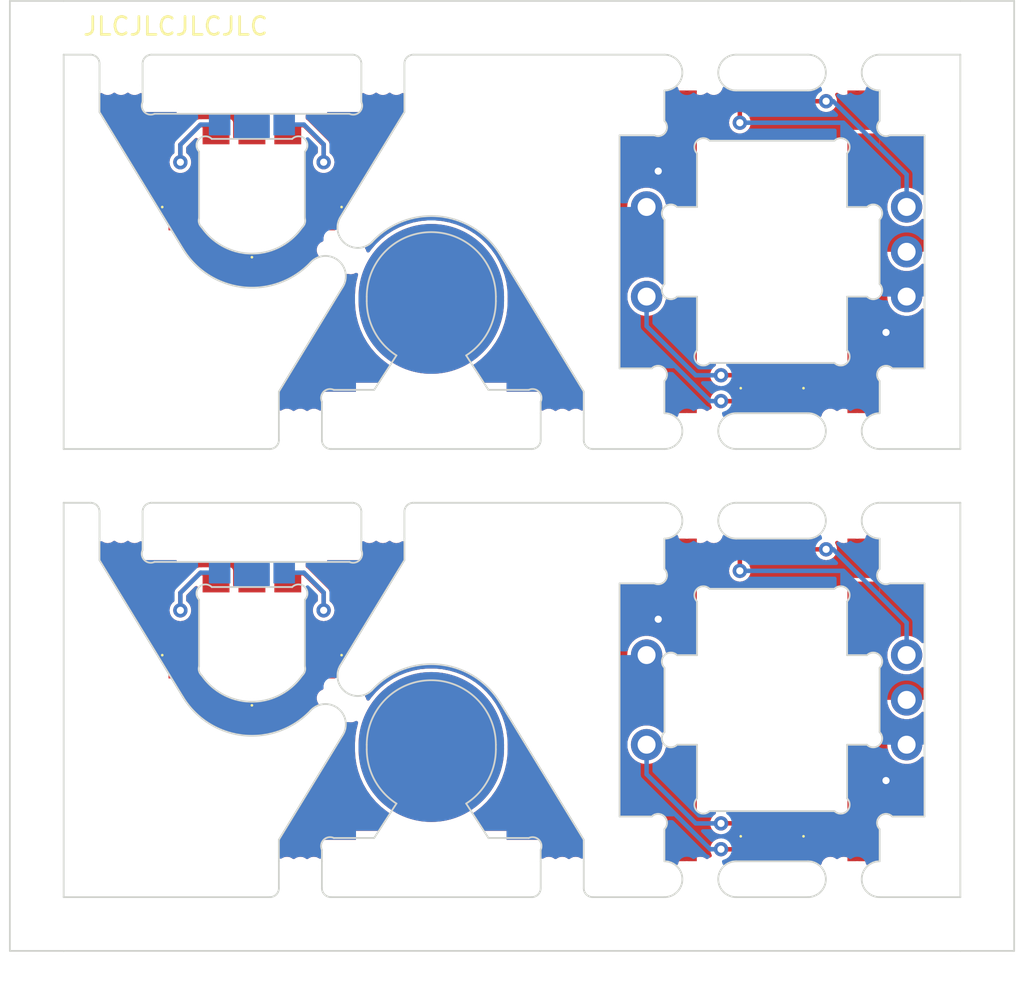
<source format=kicad_pcb>
(kicad_pcb (version 20221018) (generator pcbnew)
  (layers (0 "F.Cu" signal) (31 "B.Cu" signal) (37 "F.SilkS" user "F.Silkscreen") (38 "B.Mask" user) (39 "F.Mask" user) (44 "Edge.Cuts" user))
  (net 0 "")
  (net 1 "Net-(J1-PadB)")
  (net 2 "Net-(J2-PadA)")
  (net 3 "Net-(J2-PadB)")
  (net 4 "GND1")
  (net 5 "GND2")
  (net 6 "GND3")
  (net 7 "Net-(S1-NO_1)")
  (net 8 "Net-(S1-COM_1)")
  (net 9 "Net-(J15-Pin_1)")
  (net 12 "Net-(J16-Pin_1)")
  (net 13 "Net-(J1-PadA)")
  (footprint "1A-Project-Library:1 pad" (layer "F.Cu") (at 64.604495 39.996446 180)
    (fp_text reference "J12" hide)
    (fp_text value "1 pad" hide)
  )
  (footprint "1A-Project-Library:mouse-bite-2.4mm" (layer "F.Cu") (at 47.8 69 180)
    (fp_text reference "mouse-bite-2mm-slot" hide)
    (fp_text value "VAL**" hide)
    (fp_line (start -1.2 1) (end -1.2 -0.5) (stroke (width 0.1)) (layer "Edge.Cuts"))
    (fp_line (start 1.2 1) (end 1.2 -0.5) (stroke (width 0.1)) (layer "Edge.Cuts"))
    (fp_arc (start -1.7 -1) (mid -1.346447 -0.853553) (end -1.2 -0.5) (stroke (width 0.1)) (layer "Edge.Cuts"))
    (fp_arc (start 1.2 -0.5) (mid 1.346447 -0.853553) (end 1.7 -1) (stroke (width 0.1)) (layer "Edge.Cuts"))
  )
  (footprint "1A-Project-Library:1 pad" (layer "F.Cu") (at 64.604495 50.596446 180)
    (fp_text reference "J9" hide)
    (fp_text value "1 pad" hide)
  )
  (footprint "1A-Project-Library:mouse-bite-2mm-slot" (layer "F.Cu") (at 63.5 24 180)
    (fp_text reference "mouse-bite-2mm-slot" hide)
    (fp_text value "VAL**" hide)
    (fp_arc (start -2 -1) (mid -1 0) (end -2 1) (stroke (width 0.1)) (layer "Edge.Cuts"))
    (fp_arc (start 2 1) (mid 1 0) (end 2 -1) (stroke (width 0.1)) (layer "Edge.Cuts"))
  )
  (footprint "1A-Project-Library:1 pad" (layer "F.Cu") (at 64.604495 67.396446 180)
    (fp_text reference "J13" hide)
    (fp_text value "1 pad" hide)
  )
  (footprint "1A-Project-Library:EC11 Out" (layer "F.Cu") (at 67.004495 61.496446 180)
    (fp_text reference "SW1" hide)
    (fp_text value "EC11 out" hide)
  )
  (footprint "1A-Project-Library:1 pad" (layer "F.Cu") (at 35.4 66.2)
    (fp_text reference "J3" hide)
    (fp_text value "1 pad" hide)
  )
  (footprint "1A-Project-Library:mouse-bite-2mm-slot" (layer "F.Cu") (at 55.5 44)
    (fp_text reference "mouse-bite-2mm-slot" hide)
    (fp_text value "VAL**" hide)
    (fp_arc (start -2 -1) (mid -1 0) (end -2 1) (stroke (width 0.1)) (layer "Edge.Cuts"))
    (fp_arc (start 2 1) (mid 1 0) (end 2 -1) (stroke (width 0.1)) (layer "Edge.Cuts"))
  )
  (footprint "1A-Project-Library:3 pads" (layer "F.Cu") (at 59.504495 25.596446)
    (fp_text reference "J1" hide)
    (fp_text value "3 pads" hide)
  )
  (footprint "1A-Project-Library:mouse-bite-2mm-slot" (layer "F.Cu") (at 18.5 44)
    (fp_text reference "mouse-bite-2mm-slot" hide)
    (fp_text value "VAL**" hide)
  )
  (footprint "" (layer "F.Cu") (at 36.4 59.1)
    (fp_text reference "")
    (fp_text value "")
  )
  (footprint "1A-Project-Library:1 pad" (layer "F.Cu") (at 54.404495 25.596446 180)
    (fp_text reference "J10" hide)
    (fp_text value "1 pad" hide)
  )
  (footprint "1A-Project-Library:1 pad" (layer "F.Cu") (at 45.6 41.2)
    (fp_text reference "J4" hide)
    (fp_text value "1 pad" hide)
  )
  (footprint "1A-Project-Library:1 pad" (layer "F.Cu") (at 64.604495 25.596446 180)
    (fp_text reference "J9" hide)
    (fp_text value "1 pad" hide)
  )
  (footprint "1A-Project-Library:1 pad" (layer "F.Cu") (at 25.397106 26.800001 180)
    (fp_text reference "J16" hide)
    (fp_text value "1 pad" hide)
  )
  (footprint "1A-Project-Library:mouse-bite-2mm-slot" (layer "F.Cu") (at 71.5 69)
    (fp_text reference "mouse-bite-2mm-slot" hide)
    (fp_text value "VAL**" hide)
  )
  (footprint "1A-Project-Library:1 pad" (layer "F.Cu") (at 64.604495 64.996446 180)
    (fp_text reference "J12" hide)
    (fp_text value "1 pad" hide)
  )
  (footprint "1A-Project-Library:EC05E1220401 - rotary encoder" (layer "F.Cu") (at 30.497106 56.500001 180)
    (fp_text reference "RE1" hide)
    (fp_text value "EC05E1220401 - rotary encoder" hide)
  )
  (footprint "1A-Project-Library:1 pad" (layer "F.Cu") (at 35.4 41.2)
    (fp_text reference "J3" hide)
    (fp_text value "1 pad" hide)
  )
  (footprint "1A-Project-Library:1 pad" (layer "F.Cu") (at 54.404495 50.596446 180)
    (fp_text reference "J10" hide)
    (fp_text value "1 pad" hide)
  )
  (footprint "1A-Project-Library:EVP-AA002K - switch" (layer "F.Cu") (at 59.504495 66.606446 180)
    (fp_text reference "S1" hide)
    (fp_text value "EVP-AA002K - switch" hide)
  )
  (footprint "1A-Project-Library:mouse-bite-2mm-slot" (layer "F.Cu") (at 71.5 24 180)
    (fp_text reference "mouse-bite-2mm-slot" hide)
    (fp_text value "VAL**" hide)
  )
  (footprint "1A-Project-Library:mouse-bite-2mm-slot" (layer "F.Cu") (at 55.5 69)
    (fp_text reference "mouse-bite-2mm-slot" hide)
    (fp_text value "VAL**" hide)
    (fp_arc (start -2 -1) (mid -1 0) (end -2 1) (stroke (width 0.1)) (layer "Edge.Cuts"))
    (fp_arc (start 2 1) (mid 1 0) (end 2 -1) (stroke (width 0.1)) (layer "Edge.Cuts"))
  )
  (footprint "1A-Project-Library:mouse-bite-2mm-slot" (layer "F.Cu") (at 18.5 24 180)
    (fp_text reference "mouse-bite-2mm-slot" hide)
    (fp_text value "VAL**" hide)
  )
  (footprint "1A-Project-Library:mouse-bite-2mm-slot" (layer "F.Cu") (at 63.5 69)
    (fp_text reference "mouse-bite-2mm-slot" hide)
    (fp_text value "VAL**" hide)
    (fp_arc (start -2 -1) (mid -1 0) (end -2 1) (stroke (width 0.1)) (layer "Edge.Cuts"))
    (fp_arc (start 2 1) (mid 1 0) (end 2 -1) (stroke (width 0.1)) (layer "Edge.Cuts"))
  )
  (footprint "1A-Project-Library:mouse-bite-2mm-slot" (layer "F.Cu") (at 71.5 44)
    (fp_text reference "mouse-bite-2mm-slot" hide)
    (fp_text value "VAL**" hide)
  )
  (footprint "1A-Project-Library:1 pad" (layer "F.Cu") (at 25.397106 51.800001 180)
    (fp_text reference "J16" hide)
    (fp_text value "1 pad" hide)
  )
  (footprint "1A-Project-Library:mouse-bite-2mm-slot" (layer "F.Cu") (at 63.5 49 180)
    (fp_text reference "mouse-bite-2mm-slot" hide)
    (fp_text value "VAL**" hide)
    (fp_arc (start -2 -1) (mid -1 0) (end -2 1) (stroke (width 0.1)) (layer "Edge.Cuts"))
    (fp_arc (start 2 1) (mid 1 0) (end 2 -1) (stroke (width 0.1)) (layer "Edge.Cuts"))
  )
  (footprint "1A-Project-Library:EVP-AA002K - switch" (layer "F.Cu") (at 59.504495 41.606446 180)
    (fp_text reference "S1" hide)
    (fp_text value "EVP-AA002K - switch" hide)
  )
  (footprint "1A-Project-Library:EC05E1220401 - rotary encoder" (layer "F.Cu") (at 30.497106 31.500001 180)
    (fp_text reference "RE1" hide)
    (fp_text value "EC05E1220401 - rotary encoder" hide)
  )
  (footprint "1A-Project-Library:mouse-bite-2mm-slot" (layer "F.Cu") (at 71.5 49 180)
    (fp_text reference "mouse-bite-2mm-slot" hide)
    (fp_text value "VAL**" hide)
  )
  (footprint "1A-Project-Library:mouse-bite-2.4mm" (layer "F.Cu") (at 33.2 44 180)
    (fp_text reference "mouse-bite-2mm-slot" hide)
    (fp_text value "VAL**" hide)
    (fp_line (start -1.2 1) (end -1.2 -0.5) (stroke (width 0.1)) (layer "Edge.Cuts"))
    (fp_line (start 1.2 1) (end 1.2 -0.5) (stroke (width 0.1)) (layer "Edge.Cuts"))
    (fp_arc (start -1.7 -1) (mid -1.346447 -0.853553) (end -1.2 -0.5) (stroke (width 0.1)) (layer "Edge.Cuts"))
    (fp_arc (start 1.2 -0.5) (mid 1.346447 -0.853553) (end 1.7 -1) (stroke (width 0.1)) (layer "Edge.Cuts"))
  )
  (footprint "1A-Project-Library:1 pad" (layer "F.Cu") (at 35.597106 26.800001 180)
    (fp_text reference "J18" hide)
    (fp_text value "1 pad" hide)
  )
  (footprint "1A-Project-Library:mouse-bite-2mm-slot" (layer "F.Cu") (at 55.5 49 180)
    (fp_text reference "mouse-bite-2mm-slot" hide)
    (fp_text value "VAL**" hide)
    (fp_arc (start -2 -1) (mid -1 0) (end -2 1) (stroke (width 0.1)) (layer "Edge.Cuts"))
    (fp_arc (start 2 1) (mid 1 0) (end 2 -1) (stroke (width 0.1)) (layer "Edge.Cuts"))
  )
  (footprint "" (layer "F.Cu") (at 34.61 58.9)
    (fp_text reference "")
    (fp_text value "")
  )
  (footprint "1A-Project-Library:EC11 Out" (layer "F.Cu") (at 67.004495 36.496446 180)
    (fp_text reference "SW1" hide)
    (fp_text value "EC11 out" hide)
  )
  (footprint "1A-Project-Library:1 pad" (layer "F.Cu") (at 54.404495 52.996446 180)
    (fp_text reference "J11" hide)
    (fp_text value "1 pad" hide)
  )
  (footprint "1A-Project-Library:mouse-bite-2.4mm" (layer "F.Cu") (at 23.2 24)
    (fp_text reference "mouse-bite-2mm-slot" hide)
    (fp_text value "VAL**" hide)
    (fp_line (start -1.2 1) (end -1.2 -0.5) (stroke (width 0.1)) (layer "Edge.Cuts"))
    (fp_line (start 1.2 1) (end 1.2 -0.5) (stroke (width 0.1)) (layer "Edge.Cuts"))
    (fp_arc (start -1.7 -1) (mid -1.346447 -0.853553) (end -1.2 -0.5) (stroke (width 0.1)) (layer "Edge.Cuts"))
    (fp_arc (start 1.2 -0.5) (mid 1.346447 -0.853553) (end 1.7 -1) (stroke (width 0.1)) (layer "Edge.Cuts"))
  )
  (footprint "1A-Project-Library:1 pad" (layer "F.Cu") (at 54.404495 27.996446 180)
    (fp_text reference "J11" hide)
    (fp_text value "1 pad" hide)
  )
  (footprint "" (layer "F.Cu") (at 34.61 33.9)
    (fp_text reference "")
    (fp_text value "")
  )
  (footprint "1A-Project-Library:mouse-bite-2mm-slot" (layer "F.Cu") (at 18.5 49 180)
    (fp_text reference "mouse-bite-2mm-slot" hide)
    (fp_text value "VAL**" hide)
  )
  (footprint "1A-Project-Library:1 pad" (layer "F.Cu") (at 54.404495 67.396446 180)
    (fp_text reference "J8" hide)
    (fp_text value "1 pad" hide)
  )
  (footprint "" (layer "F.Cu") (at 36.01 59.75)
    (fp_text reference "")
    (fp_text value "")
  )
  (footprint "1A-Project-Library:1 pad" (layer "F.Cu") (at 45.6 66.2)
    (fp_text reference "J4" hide)
    (fp_text value "1 pad" hide)
  )
  (footprint "" (layer "F.Cu") (at 34.99 58.26)
    (fp_text reference "")
    (fp_text value "")
  )
  (footprint "1A-Project-Library:mouse-bite-2.4mm" (layer "F.Cu") (at 33.2 69 180)
    (fp_text reference "mouse-bite-2mm-slot" hide)
    (fp_text value "VAL**" hide)
    (fp_line (start -1.2 1) (end -1.2 -0.5) (stroke (width 0.1)) (layer "Edge.Cuts"))
    (fp_line (start 1.2 1) (end 1.2 -0.5) (stroke (width 0.1)) (layer "Edge.Cuts"))
    (fp_arc (start -1.7 -1) (mid -1.346447 -0.853553) (end -1.2 -0.5) (stroke (width 0.1)) (layer "Edge.Cuts"))
    (fp_arc (start 1.2 -0.5) (mid 1.346447 -0.853553) (end 1.7 -1) (stroke (width 0.1)) (layer "Edge.Cuts"))
  )
  (footprint "1A-Project-Library:1 pad" (layer "F.Cu") (at 64.604495 27.996446 180)
    (fp_text reference "J15" hide)
    (fp_text value "1 pad" hide)
  )
  (footprint "1A-Project-Library:mouse-bite-2.4mm" (layer "F.Cu") (at 37.8 49)
    (fp_text reference "mouse-bite-2mm-slot" hide)
    (fp_text value "VAL**" hide)
    (fp_line (start -1.2 1) (end -1.2 -0.5) (stroke (width 0.1)) (layer "Edge.Cuts"))
    (fp_line (start 1.2 1) (end 1.2 -0.5) (stroke (width 0.1)) (layer "Edge.Cuts"))
    (fp_arc (start -1.7 -1) (mid -1.346447 -0.853553) (end -1.2 -0.5) (stroke (width 0.1)) (layer "Edge.Cuts"))
    (fp_arc (start 1.2 -0.5) (mid 1.346447 -0.853553) (end 1.7 -1) (stroke (width 0.1)) (layer "Edge.Cuts"))
  )
  (footprint "1A-Project-Library:1 pad" (layer "F.Cu") (at 64.604495 52.996446 180)
    (fp_text reference "J15" hide)
    (fp_text value "1 pad" hide)
  )
  (footprint "1A-Project-Library:1 pad" (layer "F.Cu") (at 54.404495 42.396446 180)
    (fp_text reference "J8" hide)
    (fp_text value "1 pad" hide)
  )
  (footprint "" (layer "F.Cu") (at 36.01 34.75)
    (fp_text reference "")
    (fp_text value "")
  )
  (footprint "1A-Project-Library:1 pad" (layer "F.Cu") (at 35.597106 51.800001 180)
    (fp_text reference "J18" hide)
    (fp_text value "1 pad" hide)
  )
  (footprint "1A-Project-Library:mouse-bite-2mm-slot" (layer "F.Cu") (at 18.5 69)
    (fp_text reference "mouse-bite-2mm-slot" hide)
    (fp_text value "VAL**" hide)
  )
  (footprint "1A-Project-Library:mouse-bite-2.4mm" (layer "F.Cu") (at 47.8 44 180)
    (fp_text reference "mouse-bite-2mm-slot" hide)
    (fp_text value "VAL**" hide)
    (fp_line (start -1.2 1) (end -1.2 -0.5) (stroke (width 0.1)) (layer "Edge.Cuts"))
    (fp_line (start 1.2 1) (end 1.2 -0.5) (stroke (width 0.1)) (layer "Edge.Cuts"))
    (fp_arc (start -1.7 -1) (mid -1.346447 -0.853553) (end -1.2 -0.5) (stroke (width 0.1)) (layer "Edge.Cuts"))
    (fp_arc (start 1.2 -0.5) (mid 1.346447 -0.853553) (end 1.7 -1) (stroke (width 0.1)) (layer "Edge.Cuts"))
  )
  (footprint "1A-Project-Library:3 pads" (layer "F.Cu") (at 59.504495 50.596446)
    (fp_text reference "J1" hide)
    (fp_text value "3 pads" hide)
  )
  (footprint "1A-Project-Library:1 pad" (layer "F.Cu") (at 54.404495 64.996446 180)
    (fp_text reference "J14" hide)
    (fp_text value "1 pad" hide)
  )
  (footprint "1A-Project-Library:mouse-bite-2mm-slot" (layer "F.Cu") (at 55.5 24 180)
    (fp_text reference "mouse-bite-2mm-slot" hide)
    (fp_text value "VAL**" hide)
    (fp_arc (start -2 -1) (mid -1 0) (end -2 1) (stroke (width 0.1)) (layer "Edge.Cuts"))
    (fp_arc (start 2 1) (mid 1 0) (end 2 -1) (stroke (width 0.1)) (layer "Edge.Cuts"))
  )
  (footprint "1A-Project-Library:mouse-bite-2mm-slot" (layer "F.Cu") (at 63.5 44)
    (fp_text reference "mouse-bite-2mm-slot" hide)
    (fp_text value "VAL**" hide)
    (fp_arc (start -2 -1) (mid -1 0) (end -2 1) (stroke (width 0.1)) (layer "Edge.Cuts"))
    (fp_arc (start 2 1) (mid 1 0) (end 2 -1) (stroke (width 0.1)) (layer "Edge.Cuts"))
  )
  (footprint "1A-Project-Library:1 pad" (layer "F.Cu") (at 64.604495 42.396446 180)
    (fp_text reference "J13" hide)
    (fp_text value "1 pad" hide)
  )
  (footprint "1A-Project-Library:mouse-bite-2.4mm" (layer "F.Cu") (at 23.2 49)
    (fp_text reference "mouse-bite-2mm-slot" hide)
    (fp_text value "VAL**" hide)
    (fp_line (start -1.2 1) (end -1.2 -0.5) (stroke (width 0.1)) (layer "Edge.Cuts"))
    (fp_line (start 1.2 1) (end 1.2 -0.5) (stroke (width 0.1)) (layer "Edge.Cuts"))
    (fp_arc (start -1.7 -1) (mid -1.346447 -0.853553) (end -1.2 -0.5) (stroke (width 0.1)) (layer "Edge.Cuts"))
    (fp_arc (start 1.2 -0.5) (mid 1.346447 -0.853553) (end 1.7 -1) (stroke (width 0.1)) (layer "Edge.Cuts"))
  )
  (footprint "" (layer "F.Cu") (at 36.4 34.1)
    (fp_text reference "")
    (fp_text value "")
  )
  (footprint "1A-Project-Library:mouse-bite-2.4mm" (layer "F.Cu") (at 37.8 24)
    (fp_text reference "mouse-bite-2mm-slot" hide)
    (fp_text value "VAL**" hide)
    (fp_line (start -1.2 1) (end -1.2 -0.5) (stroke (width 0.1)) (layer "Edge.Cuts"))
    (fp_line (start 1.2 1) (end 1.2 -0.5) (stroke (width 0.1)) (layer "Edge.Cuts"))
    (fp_arc (start -1.7 -1) (mid -1.346447 -0.853553) (end -1.2 -0.5) (stroke (width 0.1)) (layer "Edge.Cuts"))
    (fp_arc (start 1.2 -0.5) (mid 1.346447 -0.853553) (end 1.7 -1) (stroke (width 0.1)) (layer "Edge.Cuts"))
  )
  (footprint "1A-Project-Library:1 pad" (layer "F.Cu") (at 54.404495 39.996446 180)
    (fp_text reference "J14" hide)
    (fp_text value "1 pad" hide)
  )
  (footprint "" (layer "F.Cu") (at 34.99 33.26)
    (fp_text reference "")
    (fp_text value "")
  )
  (footprint "1A-Project-Library:1 pad" (layer "B.Cu") (at 25.397106 51.800001)
    (fp_text reference "J17" hide)
    (fp_text value "1 pad" hide)
  )
  (footprint "1A-Project-Library:3 pads" (layer "B.Cu") (at 30.497106 26.900001 180)
    (fp_text reference "J2" hide)
    (fp_text value "3 pads" hide)
  )
  (footprint "1A-Project-Library:1 pad" (layer "B.Cu") (at 45.6 66.2 180)
    (fp_text reference "J5" hide)
    (fp_text value "1 pad" hide)
  )
  (footprint "1A-Project-Library:1 pad" (layer "B.Cu") (at 35.4 41.2 180)
    (fp_text reference "J6" hide)
    (fp_text value "1 pad" hide)
  )
  (footprint "1A-Project-Library:1 pad" (layer "B.Cu") (at 25.397106 26.800001)
    (fp_text reference "J17" hide)
    (fp_text value "1 pad" hide)
  )
  (footprint "1A-Project-Library:3 pads" (layer "B.Cu") (at 30.497106 51.900001 180)
    (fp_text reference "J2" hide)
    (fp_text value "3 pads" hide)
  )
  (footprint "1A-Project-Library:1 pad" (layer "B.Cu") (at 45.6 41.2 180)
    (fp_text reference "J5" hide)
    (fp_text value "1 pad" hide)
  )
  (footprint "1A-Project-Library:1 pad" (layer "B.Cu") (at 35.4 66.2 180)
    (fp_text reference "J6" hide)
    (fp_text value "1 pad" hide)
  )
  (footprint "1A-Project-Library:1 pad" (layer "B.Cu") (at 35.597106 26.800001)
    (fp_text reference "J19" hide)
    (fp_text value "1 pad" hide)
  )
  (footprint "1A-Project-Library:1 pad" (layer "B.Cu") (at 35.597106 51.800001)
    (fp_text reference "J19" hide)
    (fp_text value "1 pad" hide)
  )
  (gr_line (start 44.55 61.75) (end 44.55 61.5) (stroke (width 0.01)) (layer "F.Cu"))
  (gr_circle (center 40.500688 36.5) (end 44.550688 36.5) (stroke (width 0.01)) (fill solid) (layer "F.Cu"))
  (gr_circle (center 40.500688 61.75) (end 44.550688 61.75) (stroke (width 0.01)) (fill solid) (layer "F.Cu"))
  (gr_line (start 36.45 36.75) (end 36.45 36.5) (stroke (width 0.01)) (layer "F.Cu"))
  (gr_line (start 36.45 61.75) (end 36.45 61.5) (stroke (width 0.01)) (layer "F.Cu"))
  (gr_circle (center 40.500688 61.5) (end 44.550688 61.5) (stroke (width 0.01)) (fill solid) (layer "F.Cu"))
  (gr_line (start 44.55 36.75) (end 44.55 36.5) (stroke (width 0.01)) (layer "F.Cu"))
  (gr_circle (center 40.500688 36.75) (end 44.550688 36.75) (stroke (width 0.01)) (fill solid) (layer "F.Cu"))
  (gr_line (start 36.45 36.75) (end 36.45 36.5) (stroke (width 0.01)) (layer "B.Cu"))
  (gr_line (start 44.55 61.5) (end 44.55 61.75) (stroke (width 0.01)) (layer "B.Cu"))
  (gr_circle (center 40.500688 61.5) (end 44.550688 61.5) (stroke (width 0.01)) (fill solid) (layer "B.Cu"))
  (gr_circle (center 40.500688 36.5) (end 44.550688 36.5) (stroke (width 0.01)) (fill solid) (layer "B.Cu"))
  (gr_line (start 36.45 61.75) (end 36.45 61.5) (stroke (width 0.01)) (layer "B.Cu"))
  (gr_line (start 44.55 36.5) (end 44.55 36.75) (stroke (width 0.01)) (layer "B.Cu"))
  (gr_circle (center 40.500688 36.75) (end 44.550688 36.75) (stroke (width 0.01)) (fill solid) (layer "B.Cu"))
  (gr_circle (center 40.500688 61.75) (end 44.550688 61.75) (stroke (width 0.01)) (fill solid) (layer "B.Cu"))
  (gr_line (start 30.497106 59.300001) (end 30.497106 59.300001) (stroke (width 0.15)) (layer "F.SilkS"))
  (gr_line (start 35.497106 56.500001) (end 35.497106 56.500001) (stroke (width 0.15)) (layer "F.SilkS"))
  (gr_line (start 35.497106 31.500001) (end 35.497106 31.500001) (stroke (width 0.15)) (layer "F.SilkS"))
  (gr_line (start 25.497106 56.500001) (end 25.497106 56.500001) (stroke (width 0.15)) (layer "F.SilkS"))
  (gr_line (start 30.497106 34.300001) (end 30.497106 34.300001) (stroke (width 0.15)) (layer "F.SilkS"))
  (gr_line (start 25.497106 31.500001) (end 25.497106 31.500001) (stroke (width 0.15)) (layer "F.SilkS"))
  (gr_line (start 55.315504 36.5) (end 54.207106 36.5) (stroke (width 0.1)) (layer "Edge.Cuts"))
  (gr_arc (start 65.5 41.207106) (mid 65.5 40.5) (end 66.207106 40.5) (stroke (width 0.1)) (layer "Edge.Cuts"))
  (gr_arc (start 25.064003 26.3) (mid 24.500067 26.199987) (end 24.4 25.635997) (stroke (width 0.1)) (layer "Edge.Cuts"))
  (gr_line (start 32 68) (end 32 66.8) (stroke (width 0.1)) (layer "Edge.Cuts"))
  (gr_arc (start 56.022611 40.199999) (mid 55.315505 40.199999) (end 55.315505 39.492893) (stroke (width 0.1)) (layer "Edge.Cuts"))
  (gr_arc (start 33.759999 34.599999) (mid 30.022021 35.973156) (end 26.658584 33.841178) (stroke (width 0.1)) (layer "Edge.Cuts"))
  (gr_line (start 43.685379 66.7) (end 45.935996 66.7) (stroke (width 0.1)) (layer "Edge.Cuts"))
  (gr_line (start 70 45) (end 70 23) (stroke (width 0.1)) (layer "Edge.Cuts"))
  (gr_line (start 21.5 23) (end 20 23) (stroke (width 0.1)) (layer "Edge.Cuts"))
  (gr_line (start 68 52.5) (end 68 65.5) (stroke (width 0.1)) (layer "Edge.Cuts"))
  (gr_line (start 27.55 57.12067) (end 27.55 53.407107) (stroke (width 0.1)) (layer "Edge.Cuts"))
  (gr_line (start 38.555534 64.779695) (end 37.314621 66.7) (stroke (width 0.1)) (layer "Edge.Cuts"))
  (gr_arc (start 62.977388 52.8) (mid 63.684494 52.8) (end 63.684494 53.507106) (stroke (width 0.1)) (layer "Edge.Cuts"))
  (gr_arc (start 34.4 42.364004) (mid 34.500005 41.800038) (end 35.064003 41.700001) (stroke (width 0.1)) (layer "Edge.Cuts"))
  (gr_line (start 70 70) (end 65.5 70) (stroke (width 0.1)) (layer "Edge.Cuts"))
  (gr_line (start 68 27.5) (end 68 40.5) (stroke (width 0.1)) (layer "Edge.Cuts"))
  (gr_line (start 63.684495 53.507106) (end 63.684495 56.5) (stroke (width 0.1)) (layer "Edge.Cuts"))
  (gr_line (start 51 65.5) (end 52.792893 65.5) (stroke (width 0.1)) (layer "Edge.Cuts"))
  (gr_line (start 53.5 41.207106) (end 53.5 43) (stroke (width 0.1)) (layer "Edge.Cuts"))
  (gr_line (start 62.977388 40.2) (end 56.022611 40.2) (stroke (width 0.1)) (layer "Edge.Cuts"))
  (gr_line (start 46.6 67.364004) (end 46.6 68) (stroke (width 0.1)) (layer "Edge.Cuts"))
  (gr_line (start 34.4 43) (end 34.4 42.364004) (stroke (width 0.1)) (layer "Edge.Cuts"))
  (gr_arc (start 27.55 53.407107) (mid 27.55 52.700001) (end 28.257106 52.700001) (stroke (width 0.1)) (layer "Edge.Cuts"))
  (gr_line (start 55.315504 61.5) (end 54.207106 61.5) (stroke (width 0.1)) (layer "Edge.Cuts"))
  (gr_line (start 34.4 68) (end 34.4 67.364004) (stroke (width 0.1)) (layer "Edge.Cuts"))
  (gr_line (start 65.5 66.207106) (end 65.5 68) (stroke (width 0.1)) (layer "Edge.Cuts"))
  (gr_line (start 64.792893 36.5) (end 63.684495 36.5) (stroke (width 0.1)) (layer "Edge.Cuts"))
  (gr_line (start 65.5 23) (end 70 23) (stroke (width 0.1)) (layer "Edge.Cuts"))
  (gr_arc (start 27.55 28.407107) (mid 27.55 27.700001) (end 28.257106 27.700001) (stroke (width 0.1)) (layer "Edge.Cuts"))
  (gr_line (start 65.5 57.207106) (end 65.5 60.792893) (stroke (width 0.1)) (layer "Edge.Cuts"))
  (gr_line (start 35.531417 36.010988) (end 32 41.8) (stroke (width 0.1)) (layer "Edge.Cuts"))
  (gr_arc (start 53.5 57.207106) (mid 53.5 56.5) (end 54.207106 56.5) (stroke (width 0.1)) (layer "Edge.Cuts"))
  (gr_line (start 73 20) (end 70 20) (stroke (width 0.1)) (layer "Edge.Cuts"))
  (gr_line (start 61.5 43) (end 57.5 43) (stroke (width 0.1)) (layer "Edge.Cuts"))
  (gr_line (start 66.207106 65.5) (end 68 65.5) (stroke (width 0.1)) (layer "Edge.Cuts"))
  (gr_arc (start 33.76 59.6) (mid 35.306986 59.475297) (end 35.531417 61.010988) (stroke (width 0.1)) (layer "Edge.Cuts"))
  (gr_line (start 39 50) (end 39 51.2) (stroke (width 0.1)) (layer "Edge.Cuts"))
  (gr_arc (start 54.207106 36.499999) (mid 53.5 36.499999) (end 53.5 35.792893) (stroke (width 0.1)) (layer "Edge.Cuts"))
  (gr_line (start 20 45) (end 20 23) (stroke (width 0.1)) (layer "Edge.Cuts"))
  (gr_arc (start 55.315505 28.507106) (mid 55.315505 27.8) (end 56.022611 27.8) (stroke (width 0.1)) (layer "Edge.Cuts"))
  (gr_arc (start 38.555534 39.779695) (mid 37.34088 38.476255) (end 36.9 36.75) (stroke (width 0.1)) (layer "Edge.Cuts"))
  (gr_arc (start 62.977388 27.8) (mid 63.684494 27.8) (end 63.684494 28.507106) (stroke (width 0.1)) (layer "Edge.Cuts"))
  (gr_line (start 46.6 42.364004) (end 46.6 43) (stroke (width 0.1)) (layer "Edge.Cuts"))
  (gr_arc (start 44.1 61.75) (mid 43.659107 63.476249) (end 42.444466 64.779695) (stroke (width 0.1)) (layer "Edge.Cuts"))
  (gr_arc (start 37.2 33.446781) (mid 35.71438 33.548956) (end 35.411644 32.090924) (stroke (width 0.1)) (layer "Edge.Cuts"))
  (gr_line (start 65.5 26.692893) (end 65.5 25) (stroke (width 0.1)) (layer "Edge.Cuts"))
  (gr_line (start 17 20) (end 17 73) (stroke (width 0.1)) (layer "Edge.Cuts"))
  (gr_arc (start 66.064003 27.499999) (mid 65.443643 27.332849) (end 65.5 26.692893) (stroke (width 0.1)) (layer "Edge.Cuts"))
  (gr_line (start 39 51.2) (end 35.411644 57.090924) (stroke (width 0.1)) (layer "Edge.Cuts"))
  (gr_line (start 38.555534 39.779695) (end 37.314621 41.7) (stroke (width 0.1)) (layer "Edge.Cuts"))
  (gr_line (start 51 27.5) (end 52.935996 27.5) (stroke (width 0.1)) (layer "Edge.Cuts"))
  (gr_line (start 21.5 48) (end 20 48) (stroke (width 0.1)) (layer "Edge.Cuts"))
  (gr_line (start 51 52.5) (end 52.935996 52.5) (stroke (width 0.1)) (layer "Edge.Cuts"))
  (gr_line (start 51 40.5) (end 52.792893 40.5) (stroke (width 0.1)) (layer "Edge.Cuts"))
  (gr_arc (start 65.499999 60.792893) (mid 65.499999 61.499999) (end 64.792893 61.499999) (stroke (width 0.1)) (layer "Edge.Cuts"))
  (gr_line (start 53.5 51.692893) (end 53.5 50) (stroke (width 0.1)) (layer "Edge.Cuts"))
  (gr_arc (start 54.207106 61.499999) (mid 53.5 61.499999) (end 53.5 60.792893) (stroke (width 0.1)) (layer "Edge.Cuts"))
  (gr_line (start 51 40.5) (end 51 27.5) (stroke (width 0.1)) (layer "Edge.Cuts"))
  (gr_line (start 35.064004 41.7) (end 37.314621 41.7) (stroke (width 0.1)) (layer "Edge.Cuts"))
  (gr_line (start 70 73) (end 73 73) (stroke (width 0.1)) (layer "Edge.Cuts"))
  (gr_line (start 39.5 48) (end 53.5 48) (stroke (width 0.1)) (layer "Edge.Cuts"))
  (gr_line (start 63.684495 28.507106) (end 63.684495 31.5) (stroke (width 0.1)) (layer "Edge.Cuts"))
  (gr_line (start 57.5 48) (end 61.5 48) (stroke (width 0.1)) (layer "Edge.Cuts"))
  (gr_line (start 39 25) (end 39 26.2) (stroke (width 0.1)) (layer "Edge.Cuts"))
  (gr_line (start 22 25) (end 22 26.2) (stroke (width 0.1)) (layer "Edge.Cuts"))
  (gr_line (start 53.5 66.207106) (end 53.5 68) (stroke (width 0.1)) (layer "Edge.Cuts"))
  (gr_line (start 73 73) (end 73 20) (stroke (width 0.1)) (layer "Edge.Cuts"))
  (gr_line (start 57.5 23) (end 61.5 23) (stroke (width 0.1)) (layer "Edge.Cuts"))
  (gr_arc (start 56.022611 65.199999) (mid 55.315505 65.199999) (end 55.315505 64.492893) (stroke (width 0.1)) (layer "Edge.Cuts"))
  (gr_line (start 70 48) (end 70 70) (stroke (width 0.1)) (layer "Edge.Cuts"))
  (gr_line (start 49 43) (end 49 41.8) (stroke (width 0.1)) (layer "Edge.Cuts"))
  (gr_line (start 36.1 23) (end 24.9 23) (stroke (width 0.1)) (layer "Edge.Cuts"))
  (gr_line (start 22 50) (end 22 51.2) (stroke (width 0.1)) (layer "Edge.Cuts"))
  (gr_line (start 36.6 25) (end 36.6 25.635997) (stroke (width 0.1)) (layer "Edge.Cuts"))
  (gr_line (start 55.315504 39.492893) (end 55.315504 36.5) (stroke (width 0.1)) (layer "Edge.Cuts"))
  (gr_line (start 44.1 61.5) (end 44.1 61.75) (stroke (width 0.1)) (layer "Edge.Cuts"))
  (gr_line (start 42.444466 64.779695) (end 43.685379 66.7) (stroke (width 0.1)) (layer "Edge.Cuts"))
  (gr_arc (start 36.9 36.5) (mid 40.5 32.9) (end 44.1 36.5) (stroke (width 0.1)) (layer "Edge.Cuts"))
  (gr_line (start 39.5 23) (end 53.5 23) (stroke (width 0.1)) (layer "Edge.Cuts"))
  (gr_line (start 53.5 35.792893) (end 53.5 32.207106) (stroke (width 0.1)) (layer "Edge.Cuts"))
  (gr_line (start 24.4 50.635997) (end 24.4 50) (stroke (width 0.1)) (layer "Edge.Cuts"))
  (gr_line (start 64.792893 61.5) (end 63.684495 61.5) (stroke (width 0.1)) (layer "Edge.Cuts"))
  (gr_arc (start 44.1 36.75) (mid 43.659109 38.476246) (end 42.444466 39.779695) (stroke (width 0.1)) (layer "Edge.Cuts"))
  (gr_line (start 36.9 36.75) (end 36.9 36.5) (stroke (width 0.1)) (layer "Edge.Cuts"))
  (gr_line (start 68 27.5) (end 66.064003 27.5) (stroke (width 0.1)) (layer "Edge.Cuts"))
  (gr_arc (start 66.064003 52.499999) (mid 65.443673 52.332883) (end 65.5 51.692893) (stroke (width 0.1)) (layer "Edge.Cuts"))
  (gr_line (start 57.5 50) (end 61.5 50) (stroke (width 0.1)) (layer "Edge.Cuts"))
  (gr_line (start 61.5 68) (end 57.5 68) (stroke (width 0.1)) (layer "Edge.Cuts"))
  (gr_arc (start 34.4 67.364004) (mid 34.500021 66.800022) (end 35.064003 66.700001) (stroke (width 0.1)) (layer "Edge.Cuts"))
  (gr_line (start 49 41.8) (end 44.342594 34.158105) (stroke (width 0.1)) (layer "Edge.Cuts"))
  (gr_arc (start 65.5 66.207106) (mid 65.5 65.5) (end 66.207106 65.5) (stroke (width 0.1)) (layer "Edge.Cuts"))
  (gr_line (start 35.935996 51.3) (end 25.064004 51.3) (stroke (width 0.1)) (layer "Edge.Cuts"))
  (gr_arc (start 37.2 58.446781) (mid 35.714378 58.548958) (end 35.411644 57.090924) (stroke (width 0.1)) (layer "Edge.Cuts"))
  (gr_line (start 26.657406 58.841896) (end 22 51.2) (stroke (width 0.1)) (layer "Edge.Cuts"))
  (gr_line (start 65.5 48) (end 70 48) (stroke (width 0.1)) (layer "Edge.Cuts"))
  (gr_line (start 63.684495 36.5) (end 63.684495 39.492893) (stroke (width 0.1)) (layer "Edge.Cuts"))
  (gr_line (start 28.257107 52.7) (end 32.742893 52.7) (stroke (width 0.1)) (layer "Edge.Cuts"))
  (gr_line (start 62.977388 27.8) (end 56.022611 27.8) (stroke (width 0.1)) (layer "Edge.Cuts"))
  (gr_line (start 51 65.5) (end 51 52.5) (stroke (width 0.1)) (layer "Edge.Cuts"))
  (gr_line (start 68 52.5) (end 66.064003 52.5) (stroke (width 0.1)) (layer "Edge.Cuts"))
  (gr_line (start 54.207106 56.5) (end 55.315504 56.5) (stroke (width 0.1)) (layer "Edge.Cuts"))
  (gr_line (start 57.5 25) (end 61.5 25) (stroke (width 0.1)) (layer "Edge.Cuts"))
  (gr_arc (start 37.200001 33.446782) (mid 40.947106 32.026497) (end 44.338997 34.160291) (stroke (width 0.1)) (layer "Edge.Cuts"))
  (gr_arc (start 53.499999 51.692893) (mid 53.556266 52.332827) (end 52.935996 52.499999) (stroke (width 0.1)) (layer "Edge.Cuts"))
  (gr_line (start 57.5 70) (end 61.5 70) (stroke (width 0.1)) (layer "Edge.Cuts"))
  (gr_line (start 65.5 51.692893) (end 65.5 50) (stroke (width 0.1)) (layer "Edge.Cuts"))
  (gr_line (start 33.45 28.407107) (end 33.45 32.12067) (stroke (width 0.1)) (layer "Edge.Cuts"))
  (gr_line (start 35.064004 66.7) (end 37.314621 66.7) (stroke (width 0.1)) (layer "Edge.Cuts"))
  (gr_line (start 31.5 70) (end 20 70) (stroke (width 0.1)) (layer "Edge.Cuts"))
  (gr_line (start 53.5 60.792893) (end 53.5 57.207106) (stroke (width 0.1)) (layer "Edge.Cuts"))
  (gr_arc (start 52.792893 65.5) (mid 53.499999 65.5) (end 53.499999 66.207106) (stroke (width 0.1)) (layer "Edge.Cuts"))
  (gr_arc (start 53.5 32.207106) (mid 53.5 31.5) (end 54.207106 31.5) (stroke (width 0.1)) (layer "Edge.Cuts"))
  (gr_arc (start 36.599999 25.635997) (mid 36.500009 26.200069) (end 35.935996 26.3) (stroke (width 0.1)) (layer "Edge.Cuts"))
  (gr_line (start 31.5 45) (end 20 45) (stroke (width 0.1)) (layer "Edge.Cuts"))
  (gr_line (start 20 20) (end 17 20) (stroke (width 0.1)) (layer "Edge.Cuts"))
  (gr_arc (start 36.599999 50.635997) (mid 36.500038 51.200039) (end 35.935996 51.3) (stroke (width 0.1)) (layer "Edge.Cuts"))
  (gr_line (start 55.315504 31.5) (end 55.315504 28.507106) (stroke (width 0.1)) (layer "Edge.Cuts"))
  (gr_arc (start 33.300161 32.635741) (mid 30.5 34.100001) (end 27.699839 32.635741) (stroke (width 0.1)) (layer "Edge.Cuts"))
  (gr_line (start 55.315504 64.492893) (end 55.315504 61.5) (stroke (width 0.1)) (layer "Edge.Cuts"))
  (gr_arc (start 32.742893 27.700001) (mid 33.449999 27.700001) (end 33.449999 28.407107) (stroke (width 0.1)) (layer "Edge.Cuts"))
  (gr_line (start 49.5 70) (end 53.5 70) (stroke (width 0.1)) (layer "Edge.Cuts"))
  (gr_line (start 44.1 36.5) (end 44.1 36.75) (stroke (width 0.1)) (layer "Edge.Cuts"))
  (gr_line (start 20 48) (end 20 70) (stroke (width 0.1)) (layer "Edge.Cuts"))
  (gr_line (start 49 66.8) (end 44.342594 59.158105) (stroke (width 0.1)) (layer "Edge.Cuts"))
  (gr_arc (start 37.2 58.446781) (mid 40.947109 57.026496) (end 44.339001 59.160295) (stroke (width 0.1)) (layer "Edge.Cuts"))
  (gr_line (start 54.207106 31.5) (end 55.315504 31.5) (stroke (width 0.1)) (layer "Edge.Cuts"))
  (gr_line (start 36.1 48) (end 24.9 48) (stroke (width 0.1)) (layer "Edge.Cuts"))
  (gr_arc (start 33.76 59.6) (mid 30.022022 60.973157) (end 26.658584 58.84118) (stroke (width 0.1)) (layer "Edge.Cuts"))
  (gr_line (start 66.207106 40.5) (end 68 40.5) (stroke (width 0.1)) (layer "Edge.Cuts"))
  (gr_arc (start 38.555534 64.779695) (mid 37.340881 63.476256) (end 36.9 61.75) (stroke (width 0.1)) (layer "Edge.Cuts"))
  (gr_line (start 63.684495 56.5) (end 64.792893 56.5) (stroke (width 0.1)) (layer "Edge.Cuts"))
  (gr_line (start 26.657406 33.841896) (end 22 26.2) (stroke (width 0.1)) (layer "Edge.Cuts"))
  (gr_line (start 17 73) (end 20 73) (stroke (width 0.1)) (layer "Edge.Cuts"))
  (gr_line (start 49.5 45) (end 53.5 45) (stroke (width 0.1)) (layer "Edge.Cuts"))
  (gr_arc (start 65.499999 35.792893) (mid 65.499999 36.499999) (end 64.792893 36.499999) (stroke (width 0.1)) (layer "Edge.Cuts"))
  (gr_line (start 49 68) (end 49 66.8) (stroke (width 0.1)) (layer "Edge.Cuts"))
  (gr_line (start 35.935996 26.3) (end 25.064004 26.3) (stroke (width 0.1)) (layer "Edge.Cuts"))
  (gr_line (start 34.9 45) (end 46.1 45) (stroke (width 0.1)) (layer "Edge.Cuts"))
  (gr_arc (start 53.499999 26.692893) (mid 53.556267 27.332826) (end 52.935996 27.499999) (stroke (width 0.1)) (layer "Edge.Cuts"))
  (gr_arc (start 63.684494 64.492893) (mid 63.684494 65.199999) (end 62.977388 65.199999) (stroke (width 0.1)) (layer "Edge.Cuts"))
  (gr_arc (start 33.300161 57.635741) (mid 30.5 59.100001) (end 27.699839 57.635741) (stroke (width 0.1)) (layer "Edge.Cuts"))
  (gr_line (start 65.5 41.207106) (end 65.5 43) (stroke (width 0.1)) (layer "Edge.Cuts"))
  (gr_line (start 20 73) (end 70 73) (stroke (width 0.1)) (layer "Edge.Cuts"))
  (gr_line (start 36.6 50) (end 36.6 50.635997) (stroke (width 0.1)) (layer "Edge.Cuts"))
  (gr_line (start 20 20) (end 70 20) (stroke (width 0.1)) (layer "Edge.Cuts"))
  (gr_line (start 36.9 61.75) (end 36.9 61.5) (stroke (width 0.1)) (layer "Edge.Cuts"))
  (gr_line (start 27.55 32.12067) (end 27.55 28.407107) (stroke (width 0.1)) (layer "Edge.Cuts"))
  (gr_line (start 53.5 26.692893) (end 53.5 25) (stroke (width 0.1)) (layer "Edge.Cuts"))
  (gr_line (start 24.4 25.635997) (end 24.4 25) (stroke (width 0.1)) (layer "Edge.Cuts"))
  (gr_line (start 57.5 45) (end 61.5 45) (stroke (width 0.1)) (layer "Edge.Cuts"))
  (gr_arc (start 33.45 57.12067) (mid 33.449974 57.399992) (end 33.300161 57.63574) (stroke (width 0.1)) (layer "Edge.Cuts"))
  (gr_arc (start 64.792893 56.5) (mid 65.499999 56.5) (end 65.499999 57.207106) (stroke (width 0.1)) (layer "Edge.Cuts"))
  (gr_line (start 42.444466 39.779695) (end 43.685379 41.7) (stroke (width 0.1)) (layer "Edge.Cuts"))
  (gr_arc (start 25.064003 51.3) (mid 24.50004 51.19996) (end 24.4 50.635997) (stroke (width 0.1)) (layer "Edge.Cuts"))
  (gr_line (start 34.9 70) (end 46.1 70) (stroke (width 0.1)) (layer "Edge.Cuts"))
  (gr_arc (start 45.935997 41.700001) (mid 46.499987 41.800015) (end 46.6 42.364004) (stroke (width 0.1)) (layer "Edge.Cuts"))
  (gr_line (start 63.684495 61.5) (end 63.684495 64.492893) (stroke (width 0.1)) (layer "Edge.Cuts"))
  (gr_arc (start 52.792893 40.5) (mid 53.499999 40.5) (end 53.499999 41.207106) (stroke (width 0.1)) (layer "Edge.Cuts"))
  (gr_arc (start 45.935997 66.700001) (mid 46.499986 66.800015) (end 46.6 67.364004) (stroke (width 0.1)) (layer "Edge.Cuts"))
  (gr_line (start 43.685379 41.7) (end 45.935996 41.7) (stroke (width 0.1)) (layer "Edge.Cuts"))
  (gr_arc (start 27.699838 32.63574) (mid 27.549975 32.399999) (end 27.549999 32.12067) (stroke (width 0.1)) (layer "Edge.Cuts"))
  (gr_arc (start 33.76 34.6) (mid 35.306986 34.475297) (end 35.531417 36.010988) (stroke (width 0.1)) (layer "Edge.Cuts"))
  (gr_arc (start 64.792893 31.5) (mid 65.499999 31.5) (end 65.499999 32.207106) (stroke (width 0.1)) (layer "Edge.Cuts"))
  (gr_arc (start 55.315505 53.507106) (mid 55.315505 52.8) (end 56.022611 52.8) (stroke (width 0.1)) (layer "Edge.Cuts"))
  (gr_line (start 39 26.2) (end 35.411644 32.090924) (stroke (width 0.1)) (layer "Edge.Cuts"))
  (gr_arc (start 33.45 32.12067) (mid 33.449976 32.399986) (end 33.300161 32.63574) (stroke (width 0.1)) (layer "Edge.Cuts"))
  (gr_arc (start 63.684494 39.492893) (mid 63.684494 40.199999) (end 62.977388 40.199999) (stroke (width 0.1)) (layer "Edge.Cuts"))
  (gr_arc (start 32.742893 52.700001) (mid 33.449999 52.700001) (end 33.449999 53.407107) (stroke (width 0.1)) (layer "Edge.Cuts"))
  (gr_line (start 35.531417 61.010988) (end 32 66.8) (stroke (width 0.1)) (layer "Edge.Cuts"))
  (gr_line (start 62.977388 52.8) (end 56.022611 52.8) (stroke (width 0.1)) (layer "Edge.Cuts"))
  (gr_line (start 32 43) (end 32 41.8) (stroke (width 0.1)) (layer "Edge.Cuts"))
  (gr_line (start 65.5 32.207106) (end 65.5 35.792893) (stroke (width 0.1)) (layer "Edge.Cuts"))
  (gr_line (start 55.315504 56.5) (end 55.315504 53.507106) (stroke (width 0.1)) (layer "Edge.Cuts"))
  (gr_line (start 70 45) (end 65.5 45) (stroke (width 0.1)) (layer "Edge.Cuts"))
  (gr_arc (start 36.9 61.5) (mid 40.5 57.9) (end 44.1 61.5) (stroke (width 0.1)) (layer "Edge.Cuts"))
  (gr_line (start 28.257107 27.7) (end 32.742893 27.7) (stroke (width 0.1)) (layer "Edge.Cuts"))
  (gr_line (start 33.45 53.407107) (end 33.45 57.12067) (stroke (width 0.1)) (layer "Edge.Cuts"))
  (gr_arc (start 27.699838 57.63574) (mid 27.549977 57.400006) (end 27.549999 57.12067) (stroke (width 0.1)) (layer "Edge.Cuts"))
  (gr_line (start 62.977388 65.2) (end 56.022611 65.2) (stroke (width 0.1)) (layer "Edge.Cuts"))
  (gr_line (start 63.684495 31.5) (end 64.792893 31.5) (stroke (width 0.1)) (layer "Edge.Cuts"))
  (gr_text "JLCJLCJLCJLC" (at 21 22) (layer "F.SilkS") (effects (font (size 1 1)) (justify left bottom)))
  (segment (start 62.514495 25.596446) (end 61.304495 25.596446) (width 0.25) (layer "F.Cu") (net 1))
  (segment (start 62.514495 50.596446) (end 61.304495 50.596446) (width 0.25) (layer "F.Cu") (net 1))
  (via (at 62.514495 50.596446) (size 0.8) (drill 0.4) (layers "F.Cu" "B.Cu") (net 1))
  (via (at 62.514495 25.596446) (size 0.8) (drill 0.4) (layers "F.Cu" "B.Cu") (net 1))
  (segment (start 67.004495 29.69005) (end 67.004495 31.496446) (width 0.25) (layer "B.Cu") (net 1))
  (segment (start 62.514495 50.596446) (end 62.910891 50.596446) (width 0.25) (layer "B.Cu") (net 1))
  (segment (start 62.910891 50.596446) (end 67.004495 54.69005) (width 0.25) (layer "B.Cu") (net 1))
  (segment (start 62.910891 25.596446) (end 67.004495 29.69005) (width 0.25) (layer "B.Cu") (net 1))
  (segment (start 62.514495 25.596446) (end 62.910891 25.596446) (width 0.25) (layer "B.Cu") (net 1))
  (segment (start 67.004495 54.69005) (end 67.004495 56.496446) (width 0.25) (layer "B.Cu") (net 1))
  (segment (start 34.497106 28.027106) (end 33.4 26.93) (width 0.25) (layer "F.Cu") (net 2))
  (segment (start 34.497106 54.000001) (end 34.497106 53.027106) (width 0.25) (layer "F.Cu") (net 2))
  (segment (start 32.967107 26.93) (end 32.497106 27.400001) (width 0.25) (layer "F.Cu") (net 2))
  (segment (start 33.4 26.93) (end 32.967107 26.93) (width 0.25) (layer "F.Cu") (net 2))
  (segment (start 33.4 51.93) (end 32.967107 51.93) (width 0.25) (layer "F.Cu") (net 2))
  (segment (start 34.497106 53.027106) (end 33.4 51.93) (width 0.25) (layer "F.Cu") (net 2))
  (segment (start 32.967107 51.93) (end 32.497106 52.400001) (width 0.25) (layer "F.Cu") (net 2))
  (segment (start 34.497106 29.000001) (end 34.497106 28.027106) (width 0.25) (layer "F.Cu") (net 2))
  (via (at 34.497106 29.000001) (size 0.8) (drill 0.4) (layers "F.Cu" "B.Cu") (net 2))
  (via (at 34.497106 54.000001) (size 0.8) (drill 0.4) (layers "F.Cu" "B.Cu") (net 2))
  (segment (start 34.497106 54.000001) (end 34.497106 53.000001) (width 0.25) (layer "B.Cu") (net 2))
  (segment (start 33.397106 26.900001) (end 32.297106 26.900001) (width 0.25) (layer "B.Cu") (net 2))
  (segment (start 34.497106 29.000001) (end 34.497106 28.000001) (width 0.25) (layer "B.Cu") (net 2))
  (segment (start 34.497106 53.000001) (end 33.397106 51.900001) (width 0.25) (layer "B.Cu") (net 2))
  (segment (start 34.497106 28.000001) (end 33.397106 26.900001) (width 0.25) (layer "B.Cu") (net 2))
  (segment (start 33.397106 51.900001) (end 32.297106 51.900001) (width 0.25) (layer "B.Cu") (net 2))
  (segment (start 26.507106 53.022894) (end 27.6 51.93) (width 0.25) (layer "F.Cu") (net 3))
  (segment (start 26.507106 28.022894) (end 27.6 26.93) (width 0.25) (layer "F.Cu") (net 3))
  (segment (start 26.507106 29.000001) (end 26.507106 28.022894) (width 0.25) (layer "F.Cu") (net 3))
  (segment (start 27.6 51.93) (end 28.027105 51.93) (width 0.25) (layer "F.Cu") (net 3))
  (segment (start 26.507106 54.000001) (end 26.507106 53.022894) (width 0.25) (layer "F.Cu") (net 3))
  (segment (start 27.6 26.93) (end 28.027105 26.93) (width 0.25) (layer "F.Cu") (net 3))
  (segment (start 28.027105 51.93) (end 28.497106 52.400001) (width 0.25) (layer "F.Cu") (net 3))
  (segment (start 28.027105 26.93) (end 28.497106 27.400001) (width 0.25) (layer "F.Cu") (net 3))
  (via (at 26.507106 54.000001) (size 0.8) (drill 0.4) (layers "F.Cu" "B.Cu") (net 3))
  (via (at 26.507106 29.000001) (size 0.8) (drill 0.4) (layers "F.Cu" "B.Cu") (net 3))
  (segment (start 26.507106 54.000001) (end 26.507106 53.030001) (width 0.25) (layer "B.Cu") (net 3))
  (segment (start 27.637106 26.900001) (end 28.697106 26.900001) (width 0.25) (layer "B.Cu") (net 3))
  (segment (start 26.507106 29.000001) (end 26.507106 28.030001) (width 0.25) (layer "B.Cu") (net 3))
  (segment (start 26.507106 28.030001) (end 27.637106 26.900001) (width 0.25) (layer "B.Cu") (net 3))
  (segment (start 27.637106 51.900001) (end 28.697106 51.900001) (width 0.25) (layer "B.Cu") (net 3))
  (segment (start 26.507106 53.030001) (end 27.637106 51.900001) (width 0.25) (layer "B.Cu") (net 3))
  (segment (start 59.514495 25.606446) (end 59.504495 25.596446) (width 0.25) (layer "F.Cu") (net 5))
  (segment (start 59.514495 50.606446) (end 59.504495 50.596446) (width 0.25) (layer "F.Cu") (net 5))
  (via (at 65.854495 63.496446) (size 0.8) (drill 0.4) (layers "F.Cu" "B.Cu") (net 5))
  (via (at 53.154495 54.496446) (size 0.8) (drill 0.4) (layers "F.Cu" "B.Cu") (net 5))
  (via (at 53.154495 29.496446) (size 0.8) (drill 0.4) (layers "F.Cu" "B.Cu") (net 5))
  (via (at 65.854495 38.496446) (size 0.8) (drill 0.4) (layers "F.Cu" "B.Cu") (net 5))
  (segment (start 56.659495 42.331446) (end 56.654495 42.326446) (width 0.25) (layer "F.Cu") (net 7))
  (segment (start 56.659495 67.331446) (end 56.654495 67.326446) (width 0.25) (layer "F.Cu") (net 7))
  (segment (start 57.829495 42.331446) (end 56.659495 42.331446) (width 0.25) (layer "F.Cu") (net 7))
  (segment (start 61.179495 42.331446) (end 57.829495 42.331446) (width 0.25) (layer "F.Cu") (net 7))
  (segment (start 57.829495 67.331446) (end 56.659495 67.331446) (width 0.25) (layer "F.Cu") (net 7))
  (segment (start 56.654495 42.326446) (end 56.649495 42.331446) (width 0.25) (layer "F.Cu") (net 7))
  (segment (start 56.654495 67.326446) (end 56.649495 67.331446) (width 0.25) (layer "F.Cu") (net 7))
  (segment (start 61.179495 67.331446) (end 57.829495 67.331446) (width 0.25) (layer "F.Cu") (net 7))
  (via (at 56.654495 67.326446) (size 0.8) (drill 0.4) (layers "F.Cu" "B.Cu") (net 7))
  (via (at 56.654495 42.326446) (size 0.8) (drill 0.4) (layers "F.Cu" "B.Cu") (net 7))
  (segment (start 51.309288 60.761653) (end 51.354495 60.716446) (width 0.25) (layer "B.Cu") (net 7))
  (segment (start 51.309288 37.586239) (end 51.309288 35.761653) (width 0.25) (layer "B.Cu") (net 7))
  (segment (start 56.049495 67.326446) (end 52.399495 63.676446) (width 0.25) (layer "B.Cu") (net 7))
  (segment (start 51.309288 35.761653) (end 51.354495 35.716446) (width 0.25) (layer "B.Cu") (net 7))
  (segment (start 52.399495 63.676446) (end 51.309288 62.586239) (width 0.25) (layer "B.Cu") (net 7))
  (segment (start 51.309288 62.586239) (end 51.309288 60.761653) (width 0.25) (layer "B.Cu") (net 7))
  (segment (start 56.654495 67.326446) (end 56.049495 67.326446) (width 0.25) (layer "B.Cu") (net 7))
  (segment (start 56.654495 42.326446) (end 56.049495 42.326446) (width 0.25) (layer "B.Cu") (net 7))
  (segment (start 52.399495 38.676446) (end 51.309288 37.586239) (width 0.25) (layer "B.Cu") (net 7))
  (segment (start 56.049495 42.326446) (end 52.399495 38.676446) (width 0.25) (layer "B.Cu") (net 7))
  (segment (start 56.654495 65.886446) (end 56.649495 65.881446) (width 0.25) (layer "F.Cu") (net 8))
  (segment (start 61.179495 65.881446) (end 57.829495 65.881446) (width 0.25) (layer "F.Cu") (net 8))
  (segment (start 57.829495 65.881446) (end 56.659495 65.881446) (width 0.25) (layer "F.Cu") (net 8))
  (segment (start 56.654495 40.886446) (end 56.649495 40.881446) (width 0.25) (layer "F.Cu") (net 8))
  (segment (start 56.659495 65.881446) (end 56.654495 65.886446) (width 0.25) (layer "F.Cu") (net 8))
  (segment (start 57.829495 40.881446) (end 56.659495 40.881446) (width 0.25) (layer "F.Cu") (net 8))
  (segment (start 56.659495 40.881446) (end 56.654495 40.886446) (width 0.25) (layer "F.Cu") (net 8))
  (segment (start 61.179495 40.881446) (end 57.829495 40.881446) (width 0.25) (layer "F.Cu") (net 8))
  (via (at 56.654495 40.886446) (size 0.8) (drill 0.4) (layers "F.Cu" "B.Cu") (net 8))
  (via (at 56.654495 65.886446) (size 0.8) (drill 0.4) (layers "F.Cu" "B.Cu") (net 8))
  (segment (start 55.245891 65.886446) (end 52.504495 63.14505) (width 0.25) (layer "B.Cu") (net 8))
  (segment (start 55.245891 40.886446) (end 52.504495 38.14505) (width 0.25) (layer "B.Cu") (net 8))
  (segment (start 52.504495 38.14505) (end 52.504495 36.496446) (width 0.25) (layer "B.Cu") (net 8))
  (segment (start 56.654495 65.886446) (end 55.245891 65.886446) (width 0.25) (layer "B.Cu") (net 8))
  (segment (start 56.654495 40.886446) (end 55.245891 40.886446) (width 0.25) (layer "B.Cu") (net 8))
  (segment (start 52.504495 63.14505) (end 52.504495 61.496446) (width 0.25) (layer "B.Cu") (net 8))
  (segment (start 57.704495 50.596446) (end 57.704495 51.796446) (width 0.25) (layer "F.Cu") (net 13))
  (segment (start 57.704495 25.596446) (end 57.704495 26.796446) (width 0.25) (layer "F.Cu") (net 13))
  (via (at 57.704495 26.796446) (size 0.8) (drill 0.4) (layers "F.Cu" "B.Cu") (net 13))
  (via (at 57.704495 51.796446) (size 0.8) (drill 0.4) (layers "F.Cu" "B.Cu") (net 13))
  (segment (start 57.704495 51.796446) (end 63.474495 51.796446) (width 0.25) (layer "B.Cu") (net 13))
  (segment (start 57.704495 26.796446) (end 63.474495 26.796446) (width 0.25) (layer "B.Cu") (net 13))
  (segment (start 66.252693 29.574644) (end 63.474495 26.796446) (width 0.25) (layer "B.Cu") (net 13))
  (segment (start 66.252693 54.574644) (end 63.474495 51.796446) (width 0.25) (layer "B.Cu") (net 13))
  (zone (net 0) (net_name "") (layer "F.Cu") (connect_pads yes (clearance 0)) (min_thickness 0.2)
    (keepout (tracks allowed) (vias allowed) (pads allowed) (copperpour not_allowed) (footprints allowed))
    (fill (thermal_gap 0.5) (thermal_bridge_width 0.5))
    (polygon (pts (xy 56.664495 42.996446) (xy 56.664495 40.196446) (xy 57.254495 40.196446) (xy 57.254495 42.996446)))
  )
  (zone (net 0) (net_name "") (layer "F.Cu") (connect_pads yes (clearance 0)) (min_thickness 0.2)
    (keepout (tracks allowed) (vias allowed) (pads allowed) (copperpour not_allowed) (footprints allowed))
    (fill (thermal_gap 0.5) (thermal_bridge_width 0.5))
    (polygon (pts (xy 56.664495 67.996446) (xy 56.664495 65.196446) (xy 57.254495 65.196446) (xy 57.254495 67.996446)))
  )
  (zone (net 12) (net_name "Net-(J16-Pin_1)") (layer "F.Cu") (priority 4) (connect_pads yes (clearance 0.2)) (min_thickness 0.2) (fill yes (thermal_gap 0.5) (thermal_bridge_width 0.5))
    (polygon (pts (xy 24.497106 27.400001) (xy 27.797106 27.400001) (xy 27.797106 28.500001) (xy 31.247106 28.500001) (xy 31.247106 26.100001) (xy 24.497106 26.100001)))
  )
  (zone (net 9) (net_name "Net-(J15-Pin_1)") (layer "F.Cu") (priority 4) (connect_pads yes (clearance 0.2)) (min_thickness 0.2) (fill yes (thermal_gap 0.5) (thermal_bridge_width 0.5))
    (polygon (pts (xy 68.204495 58.996446) (xy 63.304495 58.996446) (xy 63.304495 52.996446) (xy 65.504495 52.996446) (xy 65.5 52.2) (xy 68.2 52.2)))
  )
  (zone (net 12) (net_name "Net-(J16-Pin_1)") (layer "F.Cu") (priority 4) (connect_pads yes (clearance 0.2)) (min_thickness 0.2) (fill yes (thermal_gap 0.5) (thermal_bridge_width 0.5))
    (polygon (pts (xy 24.497106 52.400001) (xy 27.797106 52.400001) (xy 27.797106 53.500001) (xy 31.247106 53.500001) (xy 31.247106 51.100001) (xy 24.497106 51.100001)))
  )
  (zone (net 9) (net_name "Net-(J15-Pin_1)") (layer "F.Cu") (priority 4) (connect_pads yes (clearance 0.2)) (min_thickness 0.2) (fill yes (thermal_gap 0.5) (thermal_bridge_width 0.5))
    (polygon (pts (xy 68.204495 33.996446) (xy 63.304495 33.996446) (xy 63.304495 27.996446) (xy 65.504495 27.996446) (xy 65.504495 27.2) (xy 68.2 27.2)))
  )
  (zone (net 6) (net_name "GND3") (layers "F&B.Cu") (priority 3) (connect_pads yes (clearance 0.2)) (min_thickness 0.2) (fill yes (thermal_gap 0.5) (thermal_bridge_width 0.5) (island_removal_mode 2) (island_area_min 2))
    (polygon (pts (xy 34 61.300001) (xy 39.3 53) (xy 39.297106 49.700001) (xy 21.697106 49.700001) (xy 21.697106 61.300001)))
  )
  (zone (net 4) (net_name "GND1") (layers "F&B.Cu") (priority 3) (connect_pads yes (clearance 0.2)) (min_thickness 0.2) (fill yes (thermal_gap 0.5) (thermal_bridge_width 0.5))
    (polygon (pts (xy 37.6 31.7) (xy 31.8 41) (xy 31.8 43.2) (xy 49.2 43.2) (xy 49.2 31.7)))
  )
  (zone (net 0) (net_name "") (layers "F&B.Cu") (connect_pads yes (clearance 0)) (min_thickness 0.2)
    (keepout (tracks allowed) (vias allowed) (pads allowed) (copperpour not_allowed) (footprints allowed))
    (fill (thermal_gap 0.5) (thermal_bridge_width 0.5))
    (polygon (pts (xy 31.497106 28.000001) (xy 33.497106 28.000001) (xy 33.497106 26.100001) (xy 31.497106 26.100001)))
  )
  (zone (net 6) (net_name "GND3") (layers "F&B.Cu") (priority 3) (connect_pads yes (clearance 0.2)) (min_thickness 0.2) (fill yes (thermal_gap 0.5) (thermal_bridge_width 0.5) (island_removal_mode 2) (island_area_min 2))
    (polygon (pts (xy 34 36.300001) (xy 39.3 28) (xy 39.297106 24.700001) (xy 21.697106 24.700001) (xy 21.697106 36.300001)))
  )
  (zone (net 5) (net_name "GND2") (layers "F&B.Cu") (priority 3) (connect_pads yes (clearance 0.2)) (min_thickness 0.2) (fill yes (thermal_gap 0.5) (thermal_bridge_width 0.5) (island_removal_mode 2) (island_area_min 3))
    (polygon (pts (xy 49.504495 68.996446) (xy 68.504495 68.996446) (xy 68.504495 48.996446) (xy 49.504495 48.996446)))
  )
  (zone (net 0) (net_name "") (layers "F&B.Cu") (connect_pads yes (clearance 0)) (min_thickness 0.2)
    (keepout (tracks allowed) (vias allowed) (pads allowed) (copperpour not_allowed) (footprints allowed))
    (fill (thermal_gap 0.5) (thermal_bridge_width 0.5))
    (polygon (pts (xy 36.3 41.8) (xy 36.3 41.3) (xy 44.7 41.3) (xy 44.7 41.8)))
  )
  (zone (net 0) (net_name "") (layers "F&B.Cu") (connect_pads yes (clearance 0)) (min_thickness 0.2)
    (keepout (tracks allowed) (vias allowed) (pads allowed) (copperpour not_allowed) (footprints allowed))
    (fill (thermal_gap 0.5) (thermal_bridge_width 0.5))
    (polygon (pts (xy 31.497106 53.000001) (xy 33.497106 53.000001) (xy 33.497106 51.100001) (xy 31.497106 51.100001)))
  )
  (zone (net 0) (net_name "") (layers "F&B.Cu") (connect_pads yes (clearance 0)) (min_thickness 0.2)
    (keepout (tracks allowed) (vias allowed) (pads allowed) (copperpour not_allowed) (footprints allowed))
    (fill (thermal_gap 0.5) (thermal_bridge_width 0.5))
    (polygon (pts (xy 36.3 66.8) (xy 36.3 66.3) (xy 44.7 66.3) (xy 44.7 66.8)))
  )
  (zone (net 5) (net_name "GND2") (layers "F&B.Cu") (priority 3) (connect_pads yes (clearance 0.2)) (min_thickness 0.2) (fill yes (thermal_gap 0.5) (thermal_bridge_width 0.5) (island_removal_mode 2) (island_area_min 3))
    (polygon (pts (xy 49.504495 43.996446) (xy 68.504495 43.996446) (xy 68.504495 23.996446) (xy 49.504495 23.996446)))
  )
  (zone (net 4) (net_name "GND1") (layers "F&B.Cu") (priority 3) (connect_pads yes (clearance 0.2)) (min_thickness 0.2) (fill yes (thermal_gap 0.5) (thermal_bridge_width 0.5))
    (polygon (pts (xy 37.6 56.7) (xy 31.8 66) (xy 31.8 68.2) (xy 49.2 68.2) (xy 49.2 56.7)))
  )
  (zone (net 7) (net_name "Net-(S1-NO_1)") (layer "B.Cu") (priority 4) (connect_pads yes (clearance 0.2)) (min_thickness 0.2) (fill yes (thermal_gap 0.5) (thermal_bridge_width 0.5))
    (polygon (pts (xy 54.204495 40.496446) (xy 53.104495 40.496446) (xy 53.104495 41.196446) (xy 50.704495 41.196446) (xy 50.704495 31.496446) (xy 53.174495 31.496446) (xy 53.804495 31.996446) (xy 53.804495 36.196446) (xy 52.484495 36.816446) (xy 52.384495 37.626446) (xy 52.384495 38.566446)))
  )
  (zone (net 7) (net_name "Net-(S1-NO_1)") (layer "B.Cu") (priority 4) (connect_pads yes (clearance 0.2)) (min_thickness 0.2) (fill yes (thermal_gap 0.5) (thermal_bridge_width 0.5))
    (polygon (pts (xy 54.204495 65.496446) (xy 53.104495 65.496446) (xy 53.104495 66.196446) (xy 50.704495 66.196446) (xy 50.704495 56.496446) (xy 53.174495 56.496446) (xy 53.804495 56.996446) (xy 53.804495 61.196446) (xy 52.484495 61.816446) (xy 52.384495 62.626446) (xy 52.384495 63.566446)))
  )
  (zone (net 0) (net_name "") (layer "B.Cu") (connect_pads yes (clearance 0)) (min_thickness 0.2)
    (keepout (tracks allowed) (vias allowed) (pads allowed) (copperpour not_allowed) (footprints allowed))
    (fill (thermal_gap 0.5) (thermal_bridge_width 0.5))
    (polygon (pts (xy 27.497106 53.000001) (xy 29.497106 53.000001) (xy 29.497106 51.100001) (xy 27.497106 51.100001)))
  )
  (zone (net 0) (net_name "") (layer "B.Cu") (connect_pads yes (clearance 0)) (min_thickness 0.2)
    (keepout (tracks allowed) (vias allowed) (pads allowed) (copperpour not_allowed) (footprints allowed))
    (fill (thermal_gap 0.5) (thermal_bridge_width 0.5))
    (polygon (pts (xy 27.497106 28.000001) (xy 29.497106 28.000001) (xy 29.497106 26.100001) (xy 27.497106 26.100001)))
  )
  (zone (net 13) (net_name "Net-(J1-PadA)") (layer "B.Cu") (priority 4) (connect_pads yes (clearance 0.2)) (min_thickness 0.2) (fill yes (thermal_gap 0.5) (thermal_bridge_width 0.5))
    (polygon (pts (xy 63.544495 26.696446) (xy 63.304495 26.896446) (xy 63.304495 32.496446) (xy 65.164495 36.496446) (xy 68.204495 36.496446) (xy 68.204495 31.336446)))
  )
  (zone (net 13) (net_name "Net-(J1-PadA)") (layer "B.Cu") (priority 4) (connect_pads yes (clearance 0.2)) (min_thickness 0.2) (fill yes (thermal_gap 0.5) (thermal_bridge_width 0.5))
    (polygon (pts (xy 63.544495 51.696446) (xy 63.304495 51.896446) (xy 63.304495 57.496446) (xy 65.164495 61.496446) (xy 68.204495 61.496446) (xy 68.204495 56.336446)))
  )
)
</source>
